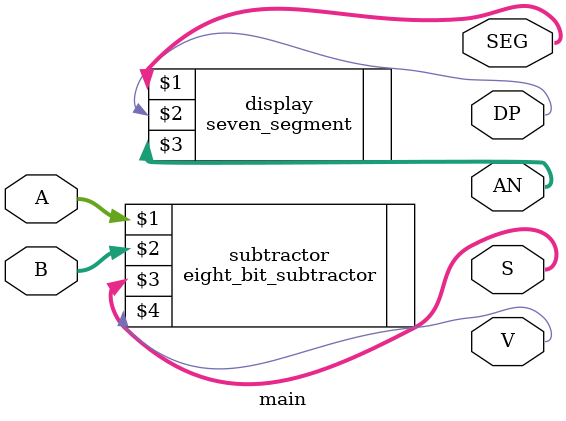
<source format=v>
`timescale 1ns / 1ps


module main(
    input [7:0] A,
    input [7:0] B,
    output [7:0] S,
    output V,
    output [6:0] SEG,
    output DP,
    output [3:0] AN
    );
    
    seven_segment display (SEG, DP, AN);
    eight_bit_subtractor subtractor (A, B, S, V);
endmodule

</source>
